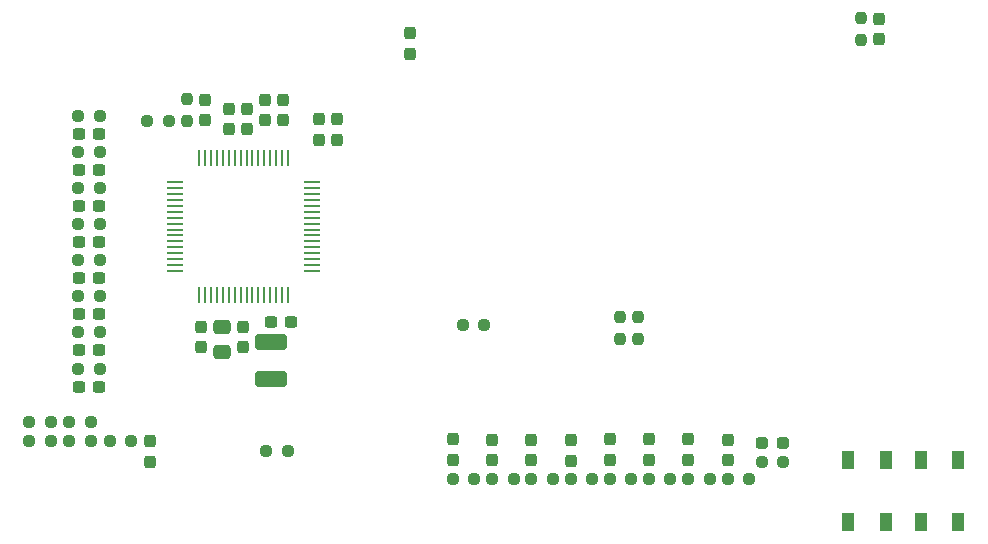
<source format=gtp>
G04 #@! TF.GenerationSoftware,KiCad,Pcbnew,9.0.1-9.0.1-0~ubuntu24.04.1*
G04 #@! TF.CreationDate,2025-04-10T02:26:27-04:00*
G04 #@! TF.ProjectId,EEG SHIELD,45454720-5348-4494-954c-442e6b696361,B*
G04 #@! TF.SameCoordinates,Original*
G04 #@! TF.FileFunction,Paste,Top*
G04 #@! TF.FilePolarity,Positive*
%FSLAX46Y46*%
G04 Gerber Fmt 4.6, Leading zero omitted, Abs format (unit mm)*
G04 Created by KiCad (PCBNEW 9.0.1-9.0.1-0~ubuntu24.04.1) date 2025-04-10 02:26:27*
%MOMM*%
%LPD*%
G01*
G04 APERTURE LIST*
G04 Aperture macros list*
%AMRoundRect*
0 Rectangle with rounded corners*
0 $1 Rounding radius*
0 $2 $3 $4 $5 $6 $7 $8 $9 X,Y pos of 4 corners*
0 Add a 4 corners polygon primitive as box body*
4,1,4,$2,$3,$4,$5,$6,$7,$8,$9,$2,$3,0*
0 Add four circle primitives for the rounded corners*
1,1,$1+$1,$2,$3*
1,1,$1+$1,$4,$5*
1,1,$1+$1,$6,$7*
1,1,$1+$1,$8,$9*
0 Add four rect primitives between the rounded corners*
20,1,$1+$1,$2,$3,$4,$5,0*
20,1,$1+$1,$4,$5,$6,$7,0*
20,1,$1+$1,$6,$7,$8,$9,0*
20,1,$1+$1,$8,$9,$2,$3,0*%
G04 Aperture macros list end*
%ADD10RoundRect,0.237500X-0.250000X-0.237500X0.250000X-0.237500X0.250000X0.237500X-0.250000X0.237500X0*%
%ADD11RoundRect,0.237500X0.250000X0.237500X-0.250000X0.237500X-0.250000X-0.237500X0.250000X-0.237500X0*%
%ADD12RoundRect,0.237500X-0.237500X0.300000X-0.237500X-0.300000X0.237500X-0.300000X0.237500X0.300000X0*%
%ADD13RoundRect,0.237500X0.237500X-0.287500X0.237500X0.287500X-0.237500X0.287500X-0.237500X-0.287500X0*%
%ADD14RoundRect,0.237500X0.300000X0.237500X-0.300000X0.237500X-0.300000X-0.237500X0.300000X-0.237500X0*%
%ADD15RoundRect,0.237500X-0.300000X-0.237500X0.300000X-0.237500X0.300000X0.237500X-0.300000X0.237500X0*%
%ADD16RoundRect,0.237500X0.237500X-0.300000X0.237500X0.300000X-0.237500X0.300000X-0.237500X-0.300000X0*%
%ADD17RoundRect,0.237500X-0.237500X0.250000X-0.237500X-0.250000X0.237500X-0.250000X0.237500X0.250000X0*%
%ADD18RoundRect,0.237500X-0.287500X-0.237500X0.287500X-0.237500X0.287500X0.237500X-0.287500X0.237500X0*%
%ADD19R,1.000000X1.550000*%
%ADD20RoundRect,0.250000X1.100000X-0.412500X1.100000X0.412500X-1.100000X0.412500X-1.100000X-0.412500X0*%
%ADD21RoundRect,0.237500X0.237500X-0.250000X0.237500X0.250000X-0.237500X0.250000X-0.237500X-0.250000X0*%
%ADD22RoundRect,0.250000X-0.475000X0.337500X-0.475000X-0.337500X0.475000X-0.337500X0.475000X0.337500X0*%
%ADD23R,1.346200X0.279400*%
%ADD24R,0.279400X1.346200*%
G04 APERTURE END LIST*
D10*
X137487500Y-117100000D03*
X139312500Y-117100000D03*
D11*
X155925000Y-106400000D03*
X154100000Y-106400000D03*
D12*
X132287500Y-87377500D03*
X132287500Y-89102500D03*
D13*
X153250000Y-117875000D03*
X153250000Y-116125000D03*
X176540000Y-117895000D03*
X176540000Y-116145000D03*
D14*
X123337500Y-90230000D03*
X121612500Y-90230000D03*
D13*
X189390000Y-82252500D03*
X189390000Y-80502500D03*
D10*
X159927500Y-119460000D03*
X161752500Y-119460000D03*
X121550000Y-103990000D03*
X123375000Y-103990000D03*
D15*
X121600000Y-111650000D03*
X123325000Y-111650000D03*
D16*
X131920000Y-108310000D03*
X131920000Y-106585000D03*
D17*
X167410000Y-105790000D03*
X167410000Y-107615000D03*
D10*
X121567500Y-88710000D03*
X123392500Y-88710000D03*
D18*
X179470000Y-116430000D03*
X181220000Y-116430000D03*
D19*
X196070000Y-117850000D03*
X196070000Y-123100000D03*
X192870000Y-117850000D03*
X192870000Y-123100000D03*
D10*
X121547500Y-100910000D03*
X123372500Y-100910000D03*
D13*
X169870000Y-117870000D03*
X169870000Y-116120000D03*
D10*
X153257500Y-119460000D03*
X155082500Y-119460000D03*
X127375000Y-89150000D03*
X129200000Y-89150000D03*
D15*
X137877500Y-106190000D03*
X139602500Y-106190000D03*
D10*
X121557500Y-94810000D03*
X123382500Y-94810000D03*
D20*
X137910000Y-111005000D03*
X137910000Y-107880000D03*
D13*
X156600000Y-117900000D03*
X156600000Y-116150000D03*
D19*
X189930000Y-117850000D03*
X189930000Y-123100000D03*
X186730000Y-117850000D03*
X186730000Y-123100000D03*
D21*
X187810000Y-82292500D03*
X187810000Y-80467500D03*
D22*
X133690000Y-106630000D03*
X133690000Y-108705000D03*
D14*
X123325000Y-108590000D03*
X121600000Y-108590000D03*
D12*
X135480000Y-106570000D03*
X135480000Y-108295000D03*
D10*
X124207500Y-116220000D03*
X126032500Y-116220000D03*
D17*
X168950000Y-105787500D03*
X168950000Y-107612500D03*
D16*
X149620000Y-83462500D03*
X149620000Y-81737500D03*
D10*
X121547500Y-110120000D03*
X123372500Y-110120000D03*
D23*
X129770000Y-94350000D03*
X129770000Y-94849999D03*
X129770000Y-95350000D03*
X129770000Y-95849999D03*
X129770000Y-96350001D03*
X129770000Y-96850000D03*
X129770000Y-97349999D03*
X129770000Y-97850000D03*
X129770000Y-98350000D03*
X129770000Y-98850001D03*
X129770000Y-99350000D03*
X129770000Y-99849999D03*
X129770000Y-100350001D03*
X129770000Y-100850000D03*
X129770000Y-101350001D03*
X129770000Y-101850000D03*
D24*
X131798500Y-103878500D03*
X132298499Y-103878500D03*
X132798500Y-103878500D03*
X133298499Y-103878500D03*
X133798501Y-103878500D03*
X134298500Y-103878500D03*
X134798499Y-103878500D03*
X135298500Y-103878500D03*
X135798500Y-103878500D03*
X136298501Y-103878500D03*
X136798500Y-103878500D03*
X137298499Y-103878500D03*
X137798501Y-103878500D03*
X138298500Y-103878500D03*
X138798501Y-103878500D03*
X139298500Y-103878500D03*
D23*
X141327000Y-101850000D03*
X141327000Y-101350001D03*
X141327000Y-100850000D03*
X141327000Y-100350001D03*
X141327000Y-99849999D03*
X141327000Y-99350000D03*
X141327000Y-98850001D03*
X141327000Y-98350000D03*
X141327000Y-97850000D03*
X141327000Y-97349999D03*
X141327000Y-96850000D03*
X141327000Y-96350001D03*
X141327000Y-95849999D03*
X141327000Y-95350000D03*
X141327000Y-94849999D03*
X141327000Y-94350000D03*
D24*
X139298500Y-92321500D03*
X138798501Y-92321500D03*
X138298500Y-92321500D03*
X137798501Y-92321500D03*
X137298499Y-92321500D03*
X136798500Y-92321500D03*
X136298501Y-92321500D03*
X135798500Y-92321500D03*
X135298500Y-92321500D03*
X134798499Y-92321500D03*
X134298500Y-92321500D03*
X133798501Y-92321500D03*
X133298499Y-92321500D03*
X132798500Y-92321500D03*
X132298499Y-92321500D03*
X131798500Y-92321500D03*
D10*
X121552500Y-97850000D03*
X123377500Y-97850000D03*
D16*
X138930000Y-89102500D03*
X138930000Y-87377500D03*
D13*
X163260000Y-117932500D03*
X163260000Y-116182500D03*
X159920000Y-117895000D03*
X159920000Y-116145000D03*
D12*
X134340000Y-88135000D03*
X134340000Y-89860000D03*
D16*
X141920000Y-90732500D03*
X141920000Y-89007500D03*
D10*
X169867500Y-119460000D03*
X171692500Y-119460000D03*
X166547500Y-119470000D03*
X168372500Y-119470000D03*
X121550000Y-107050000D03*
X123375000Y-107050000D03*
X120785000Y-114670000D03*
X122610000Y-114670000D03*
D12*
X135870000Y-88135000D03*
X135870000Y-89860000D03*
D13*
X173160000Y-117870000D03*
X173160000Y-116120000D03*
D10*
X173187500Y-119460000D03*
X175012500Y-119460000D03*
D17*
X130757500Y-87327500D03*
X130757500Y-89152500D03*
D10*
X117407500Y-116220000D03*
X119232500Y-116220000D03*
X179427500Y-118000000D03*
X181252500Y-118000000D03*
D13*
X166560000Y-117872500D03*
X166560000Y-116122500D03*
D10*
X120785000Y-116220000D03*
X122610000Y-116220000D03*
D14*
X123332500Y-96330000D03*
X121607500Y-96330000D03*
D15*
X121607500Y-93280000D03*
X123332500Y-93280000D03*
D10*
X121562500Y-91760000D03*
X123387500Y-91760000D03*
D15*
X121597500Y-99390000D03*
X123322500Y-99390000D03*
D16*
X143470000Y-90742500D03*
X143470000Y-89017500D03*
D10*
X163247500Y-119470000D03*
X165072500Y-119470000D03*
D14*
X123322500Y-102450000D03*
X121597500Y-102450000D03*
D10*
X176527500Y-119460000D03*
X178352500Y-119460000D03*
X117407500Y-114670000D03*
X119232500Y-114670000D03*
D12*
X127610000Y-116277500D03*
X127610000Y-118002500D03*
D16*
X137400000Y-89105000D03*
X137400000Y-87380000D03*
D10*
X156587500Y-119470000D03*
X158412500Y-119470000D03*
D15*
X121600000Y-105520000D03*
X123325000Y-105520000D03*
M02*

</source>
